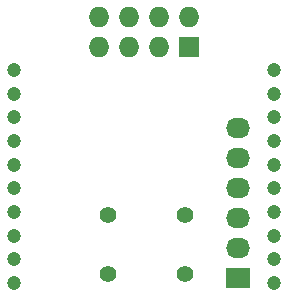
<source format=gbs>
G04 #@! TF.FileFunction,Soldermask,Bot*
%FSLAX46Y46*%
G04 Gerber Fmt 4.6, Leading zero omitted, Abs format (unit mm)*
G04 Created by KiCad (PCBNEW (2014-11-17 BZR 5289)-product) date Mon 26 Jan 2015 09:38:41 AM EST*
%MOMM*%
G01*
G04 APERTURE LIST*
%ADD10C,0.100000*%
%ADD11C,1.397000*%
%ADD12C,1.200000*%
%ADD13R,1.727200X1.727200*%
%ADD14O,1.727200X1.727200*%
%ADD15R,2.032000X1.727200*%
%ADD16O,2.032000X1.727200*%
G04 APERTURE END LIST*
D10*
D11*
X186750000Y-123750000D03*
X186750000Y-128750000D03*
X180250000Y-123750000D03*
X180250000Y-128750000D03*
D12*
X172250000Y-111500000D03*
X172250000Y-113500000D03*
X172250000Y-115500000D03*
X172250000Y-117500000D03*
X172250000Y-119500000D03*
X172250000Y-121500000D03*
X172250000Y-123500000D03*
X172250000Y-125500000D03*
X172250000Y-127500000D03*
X172250000Y-129500000D03*
X194250000Y-111500000D03*
X194250000Y-113500000D03*
X194250000Y-115500000D03*
X194250000Y-117500000D03*
X194250000Y-119500000D03*
X194250000Y-121500000D03*
X194250000Y-123500000D03*
X194250000Y-125500000D03*
X194250000Y-127500000D03*
X194250000Y-129500000D03*
D13*
X187060000Y-109520000D03*
D14*
X187060000Y-106980000D03*
X184520000Y-109520000D03*
X184520000Y-106980000D03*
X181980000Y-109520000D03*
X181980000Y-106980000D03*
X179440000Y-109520000D03*
X179440000Y-106980000D03*
D15*
X191250000Y-129100000D03*
D16*
X191250000Y-126560000D03*
X191250000Y-124020000D03*
X191250000Y-121480000D03*
X191250000Y-118940000D03*
X191250000Y-116400000D03*
M02*

</source>
